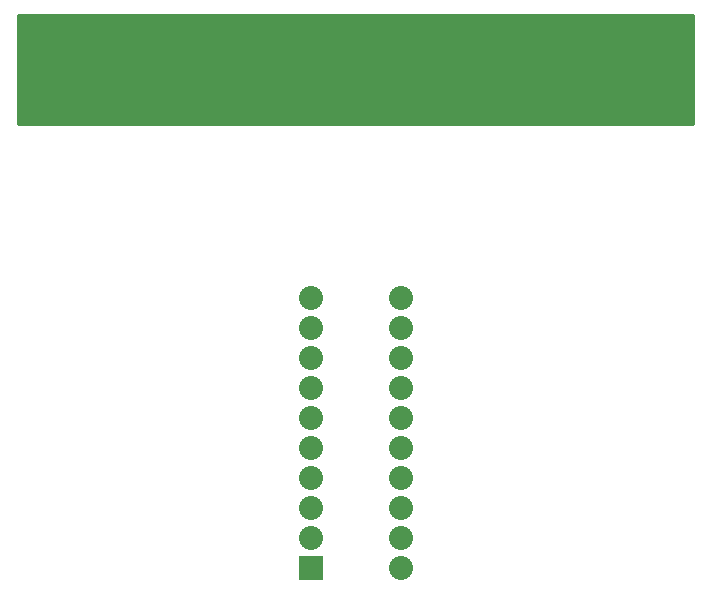
<source format=gbs>
%FSTAX24Y24*%
%MOIN*%
%IN card20pad.gbs *%
%ADD10C,0.0100*%
%ADD11C,0.0800*%
%ADD12R,0.0800X0.0800*%
D10*X023216Y017291D02*G01X000716D01*Y020916D01*X023216D01*Y017291D01*
G36*G01X000716D01*Y020916D01*X023216D01*Y017291D01*G37*
%LPC*%
%LPD*%
D12*X010466Y002491D03*D11*X013466Y008491D03*Y010491D03*Y007491D03*
Y006491D03*Y005491D03*Y004491D03*Y003491D03*Y002491D03*
X010466Y010491D03*Y003491D03*Y004491D03*Y005491D03*Y011491D03*
X013466D03*X010466Y006491D03*Y007491D03*Y008491D03*Y009491D03*
X013466D03*
M02*
</source>
